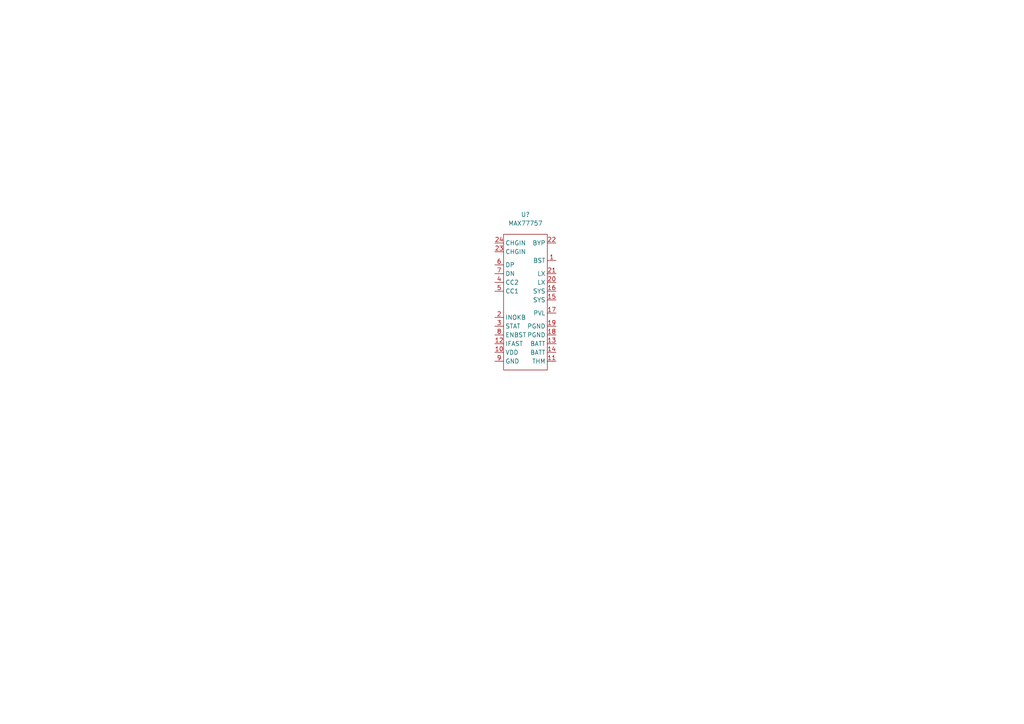
<source format=kicad_sch>
(kicad_sch (version 20211123) (generator eeschema)
  (paper "A4")
  (lib_symbols
    (symbol "314_power_management_ic:MAX77757"
      (property "Reference" "U?" (at -5.08 20.32 0))
      (property "Value" "MAX77757" (at 0 1.27 90))
      (symbol "MAX77757_0_1"
        (rectangle (start -6.35 19.05) (end 6.35 -20.32))
      )
      (symbol "MAX77757_1_1"
        (pin power_out line (at 8.89 11.43 180) (length 2.54) (name "BST") (number "1"))
        (pin power_out line (at -8.89 -15.24 0) (length 2.54) (name "VDD") (number "10"))
        (pin input line (at 8.89 -17.78 180) (length 2.54) (name "THM") (number "11"))
        (pin passive line (at -8.89 -12.7 0) (length 2.54) (name "IFAST") (number "12"))
        (pin power_out line (at 8.89 -12.7 180) (length 2.54) (name "BATT") (number "13"))
        (pin power_out line (at 8.89 -15.24 180) (length 2.54) (name "BATT") (number "14"))
        (pin power_in line (at 8.89 0 180) (length 2.54) (name "SYS") (number "15"))
        (pin power_in line (at 8.89 2.54 180) (length 2.54) (name "SYS") (number "16"))
        (pin power_out line (at 8.89 -3.81 180) (length 2.54) (name "PVL") (number "17"))
        (pin power_out line (at 8.89 -10.16 180) (length 2.54) (name "PGND") (number "18"))
        (pin power_out line (at 8.89 -7.62 180) (length 2.54) (name "PGND") (number "19"))
        (pin open_collector line (at -8.89 -5.08 0) (length 2.54) (name "INOKB") (number "2"))
        (pin bidirectional line (at 8.89 5.08 180) (length 2.54) (name "LX") (number "20"))
        (pin bidirectional line (at 8.89 7.62 180) (length 2.54) (name "LX") (number "21"))
        (pin bidirectional line (at 8.89 16.51 180) (length 2.54) (name "BYP") (number "22"))
        (pin power_in line (at -8.89 13.97 0) (length 2.54) (name "CHGIN") (number "23"))
        (pin power_in line (at -8.89 16.51 0) (length 2.54) (name "CHGIN") (number "24"))
        (pin open_collector line (at -8.89 -7.62 0) (length 2.54) (name "STAT") (number "3"))
        (pin bidirectional line (at -8.89 5.08 0) (length 2.54) (name "CC2") (number "4"))
        (pin bidirectional line (at -8.89 2.54 0) (length 2.54) (name "CC1") (number "5"))
        (pin bidirectional line (at -8.89 10.16 0) (length 2.54) (name "DP") (number "6"))
        (pin bidirectional line (at -8.89 7.62 0) (length 2.54) (name "DN") (number "7"))
        (pin input line (at -8.89 -10.16 0) (length 2.54) (name "ENBST") (number "8"))
        (pin power_out line (at -8.89 -17.78 0) (length 2.54) (name "GND") (number "9"))
      )
    )
  )
  (symbol (lib_id "314_power_management_ic:MAX77757") (at 152.4 86.995 0) (unit 1)
    (property "Reference" "U?" (at 152.4 62.23 0))
    (property "Value" "MAX77757" (at 152.4 64.77 0))
  )
)
</source>
